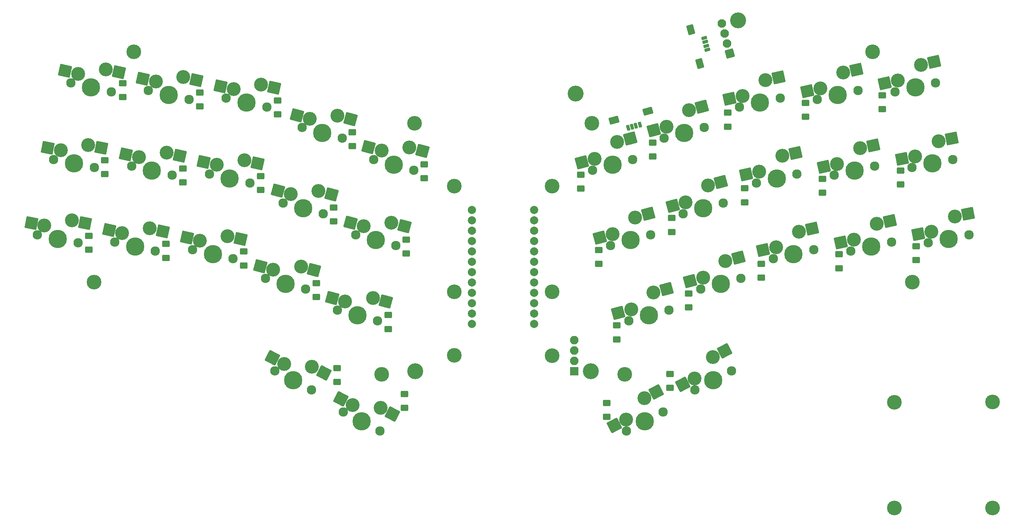
<source format=gbr>
G04 #@! TF.GenerationSoftware,KiCad,Pcbnew,8.0.3*
G04 #@! TF.CreationDate,2024-08-29T14:39:33+08:00*
G04 #@! TF.ProjectId,awkb_monosplit,61776b62-5f6d-46f6-9e6f-73706c69742e,rev?*
G04 #@! TF.SameCoordinates,Original*
G04 #@! TF.FileFunction,Soldermask,Bot*
G04 #@! TF.FilePolarity,Negative*
%FSLAX46Y46*%
G04 Gerber Fmt 4.6, Leading zero omitted, Abs format (unit mm)*
G04 Created by KiCad (PCBNEW 8.0.3) date 2024-08-29 14:39:33*
%MOMM*%
%LPD*%
G01*
G04 APERTURE LIST*
G04 Aperture macros list*
%AMRoundRect*
0 Rectangle with rounded corners*
0 $1 Rounding radius*
0 $2 $3 $4 $5 $6 $7 $8 $9 X,Y pos of 4 corners*
0 Add a 4 corners polygon primitive as box body*
4,1,4,$2,$3,$4,$5,$6,$7,$8,$9,$2,$3,0*
0 Add four circle primitives for the rounded corners*
1,1,$1+$1,$2,$3*
1,1,$1+$1,$4,$5*
1,1,$1+$1,$6,$7*
1,1,$1+$1,$8,$9*
0 Add four rect primitives between the rounded corners*
20,1,$1+$1,$2,$3,$4,$5,0*
20,1,$1+$1,$4,$5,$6,$7,0*
20,1,$1+$1,$6,$7,$8,$9,0*
20,1,$1+$1,$8,$9,$2,$3,0*%
%AMHorizOval*
0 Thick line with rounded ends*
0 $1 width*
0 $2 $3 position (X,Y) of the first rounded end (center of the circle)*
0 $4 $5 position (X,Y) of the second rounded end (center of the circle)*
0 Add line between two ends*
20,1,$1,$2,$3,$4,$5,0*
0 Add two circle primitives to create the rounded ends*
1,1,$1,$2,$3*
1,1,$1,$4,$5*%
G04 Aperture macros list end*
%ADD10C,2.300000*%
%ADD11C,3.400000*%
%ADD12C,4.500000*%
%ADD13RoundRect,0.200000X1.708125X0.520034X-0.553753X1.697493X-1.708125X-0.520034X0.553753X-1.697493X0*%
%ADD14C,3.900000*%
%ADD15RoundRect,0.200000X1.013063X1.470315X-1.490086X0.983753X-1.013063X-1.470315X1.490086X-0.983753X0*%
%ADD16RoundRect,0.200000X0.908032X1.537402X-1.555079X0.877413X-0.908032X-1.537402X1.555079X-0.877413X0*%
%ADD17RoundRect,0.200000X1.555079X0.877413X-0.908032X1.537402X-1.555079X-0.877413X0.908032X-1.537402X0*%
%ADD18RoundRect,0.200000X1.515327X0.944410X-0.974228X1.496331X-1.515327X-0.944410X0.974228X-1.496331X0*%
%ADD19C,3.600000*%
%ADD20RoundRect,0.200000X0.601041X1.041033X-1.041033X0.601041X-0.601041X-1.041033X1.041033X-0.601041X0*%
%ADD21HorizOval,2.100000X0.000000X0.000000X0.000000X0.000000X0*%
%ADD22RoundRect,0.200000X0.974228X1.496331X-1.515327X0.944410X-0.974228X-1.496331X1.515327X-0.944410X0*%
%ADD23RoundRect,0.200000X0.553753X1.697493X-1.708125X0.520034X-0.553753X-1.697493X1.708125X-0.520034X0*%
%ADD24RoundRect,0.200000X1.490086X0.983753X-1.013063X1.470315X-1.490086X-0.983753X1.013063X-1.470315X0*%
%ADD25RoundRect,0.200000X0.850000X0.850000X-0.850000X0.850000X-0.850000X-0.850000X0.850000X-0.850000X0*%
%ADD26O,2.100000X2.100000*%
%ADD27RoundRect,0.200000X-0.700000X0.600000X-0.700000X-0.600000X0.700000X-0.600000X0.700000X0.600000X0*%
%ADD28C,2.000000*%
%ADD29RoundRect,0.200000X-0.063776X-0.534727X0.322595X-0.431199X0.063776X0.534727X-0.322595X0.431199X0*%
%ADD30RoundRect,0.200000X-0.797693X-0.886671X1.134158X-0.369033X0.797693X0.886671X-1.134158X0.369033X0*%
%ADD31RoundRect,0.200000X0.534727X-0.063776X0.431199X0.322595X-0.534727X0.063776X-0.431199X-0.322595X0*%
%ADD32RoundRect,0.200000X0.886671X-0.797693X0.369033X1.134158X-0.886671X0.797693X-0.369033X-1.134158X0*%
%ADD33RoundRect,0.200000X0.700000X-0.600000X0.700000X0.600000X-0.700000X0.600000X-0.700000X-0.600000X0*%
G04 APERTURE END LIST*
D10*
X110840790Y-119575098D03*
D11*
X113140138Y-117908511D03*
D12*
X115346806Y-121920781D03*
D11*
X119945496Y-118587608D03*
D10*
X119852822Y-124266464D03*
D13*
X110235176Y-116396284D03*
X122874407Y-120112302D03*
D14*
X167770768Y-41507695D03*
D10*
X250105500Y-59652282D03*
D11*
X250867513Y-56916622D03*
D12*
X255092167Y-58682972D03*
D11*
X256616192Y-53211651D03*
D10*
X260078834Y-57713662D03*
D15*
X247652682Y-57541521D03*
X259857524Y-52581599D03*
D10*
X198386206Y-89487894D03*
D11*
X198955533Y-86705742D03*
D12*
X203293110Y-88173093D03*
D11*
X204431762Y-82608789D03*
D10*
X208200014Y-86858292D03*
D16*
X195792123Y-87553374D03*
X207621248Y-81754168D03*
D14*
X171426679Y-109617081D03*
D10*
X171852983Y-60301221D03*
D11*
X172422310Y-57519069D03*
D12*
X176759887Y-58986420D03*
D11*
X177898539Y-53422116D03*
D10*
X181666791Y-57671619D03*
D16*
X169258900Y-58366701D03*
X181088025Y-52567495D03*
D10*
X113921495Y-76141882D03*
D11*
X115805623Y-74017131D03*
D12*
X118828399Y-77456683D03*
D11*
X122596655Y-73207180D03*
D10*
X123735303Y-78771484D03*
D17*
X112642213Y-73169497D03*
X125786139Y-74061800D03*
D10*
X78065265Y-61226308D03*
D11*
X79854918Y-59021393D03*
D12*
X83024850Y-62325820D03*
D11*
X86604160Y-57915991D03*
D10*
X87984435Y-63425332D03*
D18*
X76657549Y-58312551D03*
X89827886Y-58630676D03*
D19*
X138000124Y-90162334D03*
X128250066Y-48815518D03*
D10*
X109419831Y-94597967D03*
D11*
X111303959Y-92473216D03*
D12*
X114326735Y-95912768D03*
D11*
X118094991Y-91663265D03*
D10*
X119233639Y-97227569D03*
D17*
X108140549Y-91625582D03*
X121284475Y-92517885D03*
D19*
X120249066Y-110410518D03*
D20*
X205519079Y-31703648D03*
D21*
X204861677Y-29250196D03*
X204204279Y-26796745D03*
X203546878Y-24343293D03*
D10*
X189428678Y-52485419D03*
D11*
X189998005Y-49703267D03*
D12*
X194335582Y-51170618D03*
D11*
X195474234Y-45606314D03*
D10*
X199242486Y-49855817D03*
D16*
X186834595Y-50550899D03*
X198663720Y-44751693D03*
D10*
X91799986Y-86858292D03*
D11*
X93684114Y-84733541D03*
D12*
X96706890Y-88173093D03*
D11*
X100475146Y-83923590D03*
D10*
X101613794Y-89487894D03*
D17*
X90520704Y-83885907D03*
X103664630Y-84778210D03*
D10*
X226950235Y-43009748D03*
D11*
X227640375Y-40255079D03*
D12*
X231909820Y-41910236D03*
D11*
X233290102Y-36400892D03*
D10*
X236869405Y-40810724D03*
D22*
X224443005Y-40963917D03*
X236513829Y-35686211D03*
D10*
X180147178Y-124266464D03*
D11*
X180100842Y-121427035D03*
D12*
X184653194Y-121920781D03*
D11*
X184560519Y-116241925D03*
D10*
X189159210Y-119575098D03*
D23*
X177195880Y-122939262D03*
X187489429Y-114717230D03*
D19*
X245832142Y-143166303D03*
D10*
X212015565Y-63425332D03*
D11*
X212705705Y-60670663D03*
D12*
X216975150Y-62325820D03*
D11*
X218355432Y-56816476D03*
D10*
X221934735Y-61226308D03*
D22*
X209508335Y-61379501D03*
X221579159Y-56101795D03*
D10*
X180766361Y-97227569D03*
D11*
X181335688Y-94445417D03*
D12*
X185673265Y-95912768D03*
D11*
X186811917Y-90348464D03*
D10*
X190580169Y-94597967D03*
D16*
X178172278Y-95293049D03*
X190001403Y-89493843D03*
D10*
X82177609Y-42676724D03*
D11*
X83967262Y-40471809D03*
D12*
X87137194Y-43776236D03*
D11*
X90716504Y-39366407D03*
D10*
X92096779Y-44875748D03*
D18*
X80769893Y-39762967D03*
X93940230Y-40081092D03*
D19*
X161999961Y-90135622D03*
D10*
X235174767Y-80108215D03*
D11*
X235864907Y-77353546D03*
D12*
X240134352Y-79008703D03*
D11*
X241514634Y-73499359D03*
D10*
X245093937Y-77909191D03*
D22*
X232667537Y-78062384D03*
X244738361Y-72784678D03*
D19*
X179750934Y-110410518D03*
D10*
X39921166Y-57713662D03*
D11*
X41652488Y-55462658D03*
D12*
X44907833Y-58682972D03*
D11*
X48370477Y-54180961D03*
D10*
X49894500Y-59652282D03*
D24*
X38437658Y-54837757D03*
X51611810Y-54811012D03*
D10*
X245976671Y-41083030D03*
D11*
X246666812Y-38328362D03*
D12*
X250936256Y-39983518D03*
D11*
X252316537Y-34474177D03*
D10*
X255895841Y-38884006D03*
D22*
X243469440Y-39037201D03*
X255540264Y-33759493D03*
D19*
X49838167Y-87750857D03*
D10*
X118333209Y-57671619D03*
D11*
X120217337Y-55546868D03*
D12*
X123240113Y-58986420D03*
D11*
X127008369Y-54736917D03*
D10*
X128147017Y-60301221D03*
D17*
X117053927Y-54699234D03*
X130197853Y-55591537D03*
D19*
X245831979Y-117193026D03*
D10*
X35914606Y-76172924D03*
D11*
X37645928Y-73921920D03*
D12*
X40901273Y-77142234D03*
D11*
X44363917Y-72640223D03*
D10*
X45887940Y-78111544D03*
D24*
X34431098Y-73297019D03*
X47605250Y-73270274D03*
D10*
X216127961Y-81975152D03*
D11*
X216818101Y-79220483D03*
D12*
X221087546Y-80875640D03*
D11*
X222467828Y-75366296D03*
D10*
X226047131Y-79776128D03*
D22*
X213620731Y-79929321D03*
X225691555Y-74651615D03*
D19*
X269831979Y-143139591D03*
X171749934Y-48815518D03*
D10*
X100757514Y-49855817D03*
D11*
X102641642Y-47731066D03*
D12*
X105664418Y-51170618D03*
D11*
X109432674Y-46921115D03*
D10*
X110571322Y-52485419D03*
D17*
X99478232Y-46883432D03*
X112622158Y-47775735D03*
D19*
X162000000Y-105784610D03*
D10*
X207903221Y-44875748D03*
D11*
X208593361Y-42121079D03*
D12*
X212862806Y-43776236D03*
D11*
X214243088Y-38266892D03*
D10*
X217822391Y-42676724D03*
D22*
X205395991Y-42829917D03*
X217466815Y-37552211D03*
D14*
X207493844Y-23616996D03*
D25*
X167426223Y-109617081D03*
D26*
X167426222Y-107077080D03*
X167426224Y-104537081D03*
X167426223Y-101997081D03*
D10*
X231062500Y-61558983D03*
D11*
X231752640Y-58804314D03*
D12*
X236022085Y-60459471D03*
D11*
X237402367Y-54950127D03*
D10*
X240981670Y-59359959D03*
D22*
X228555270Y-59513152D03*
X240626094Y-54235446D03*
D10*
X196924132Y-114193677D03*
D11*
X196877795Y-111354248D03*
D12*
X201430147Y-111847994D03*
D11*
X201337472Y-106169138D03*
D10*
X205936162Y-109502311D03*
D23*
X193972834Y-112866474D03*
X204266381Y-104644444D03*
D10*
X194084176Y-70966480D03*
D11*
X194653503Y-68184328D03*
D12*
X198991080Y-69651679D03*
D11*
X200129732Y-64087375D03*
D10*
X203897984Y-68336878D03*
D16*
X191490093Y-69031960D03*
X203319218Y-63232754D03*
D19*
X250161833Y-87750857D03*
X162000000Y-64215390D03*
X269831816Y-117166314D03*
D10*
X63130595Y-40810724D03*
D11*
X64920248Y-38605809D03*
D12*
X68090180Y-41910236D03*
D11*
X71669490Y-37500407D03*
D10*
X73049765Y-43009748D03*
D18*
X61722879Y-37896967D03*
X74893216Y-38215092D03*
D10*
X54906063Y-77909191D03*
D11*
X56695716Y-75704276D03*
D12*
X59865648Y-79008703D03*
D11*
X63444958Y-74598874D03*
D10*
X64825233Y-80108215D03*
D18*
X53498347Y-74995434D03*
X66668684Y-75313559D03*
D10*
X44104160Y-38884003D03*
D11*
X45893813Y-36679092D03*
D12*
X49063744Y-39983518D03*
D11*
X52643052Y-35573691D03*
D10*
X54023328Y-41083033D03*
D18*
X42696441Y-35970251D03*
X55866779Y-36288374D03*
D10*
X73952869Y-79776128D03*
D11*
X75742522Y-77571213D03*
D12*
X78912454Y-80875640D03*
D11*
X82491764Y-76465811D03*
D10*
X83872039Y-81975152D03*
D18*
X72545153Y-76862371D03*
X85715490Y-77180496D03*
D19*
X59525928Y-31292947D03*
D10*
X96102016Y-68336878D03*
D11*
X97986144Y-66212127D03*
D12*
X101008920Y-69651679D03*
D11*
X104777176Y-65402176D03*
D10*
X105915824Y-70966480D03*
D17*
X94822734Y-65364493D03*
X107966660Y-66256796D03*
D14*
X128426680Y-109617081D03*
D19*
X138000000Y-105758370D03*
D10*
X94063838Y-109502311D03*
D11*
X96363185Y-107835724D03*
D12*
X98569853Y-111847994D03*
D11*
X103168543Y-108514821D03*
D10*
X103075868Y-114193677D03*
D13*
X93458224Y-106323497D03*
X106097453Y-110039514D03*
D10*
X254112060Y-78111544D03*
D11*
X254874073Y-75375884D03*
D12*
X259098727Y-77142234D03*
D11*
X260622752Y-71670913D03*
D10*
X264085394Y-76172924D03*
D15*
X251659242Y-76000783D03*
X263864084Y-71040861D03*
D10*
X176264697Y-78771484D03*
D11*
X176834024Y-75989332D03*
D12*
X181171601Y-77456683D03*
D11*
X182310253Y-71892379D03*
D10*
X186078505Y-76141882D03*
D16*
X173670614Y-76836964D03*
X185499739Y-71037758D03*
D19*
X138000000Y-64189150D03*
X240474072Y-31292947D03*
D10*
X59018330Y-59359959D03*
D11*
X60807983Y-57155044D03*
D12*
X63977915Y-60459471D03*
D11*
X67557225Y-56049642D03*
D10*
X68937500Y-61558983D03*
D18*
X57610614Y-56446202D03*
X70780951Y-56764327D03*
D27*
X108430433Y-69505772D03*
X108430433Y-72905772D03*
X75667270Y-41308792D03*
X75667270Y-44708792D03*
D28*
X157610004Y-70081753D03*
X157610004Y-72621753D03*
X157610004Y-75161753D03*
X157610004Y-77701753D03*
X157610004Y-80241753D03*
X157610004Y-82781753D03*
X157610003Y-85321753D03*
X157610004Y-87861753D03*
X157610004Y-90401753D03*
X157610004Y-92941753D03*
X157610004Y-95481753D03*
X157610004Y-98021753D03*
X142370004Y-98021753D03*
X142370004Y-95481753D03*
X142370004Y-92941753D03*
X142370004Y-90401753D03*
X142370004Y-87861753D03*
X142370004Y-85321753D03*
X142370004Y-82781753D03*
X142370004Y-80241753D03*
X142370004Y-77701753D03*
X142370004Y-75161753D03*
X142370004Y-72621753D03*
X142370004Y-70081753D03*
D29*
X180569571Y-49955739D03*
X181535497Y-49696920D03*
X182501422Y-49438101D03*
X183467348Y-49179282D03*
D30*
X177166167Y-48072433D03*
X185473129Y-45846589D03*
D31*
X200030781Y-30793097D03*
X199771962Y-29827172D03*
X199513143Y-28861247D03*
X199254324Y-27895320D03*
D32*
X198147475Y-34196501D03*
X195921631Y-25889539D03*
D27*
X113081732Y-51028840D03*
X113081732Y-54428840D03*
D33*
X186627819Y-56972310D03*
X186627819Y-53572310D03*
D27*
X71560808Y-59870744D03*
X71560808Y-63270744D03*
X242797151Y-41986670D03*
X242797151Y-45386670D03*
D33*
X130661022Y-62254690D03*
X130661022Y-58854690D03*
D27*
X209100979Y-64768800D03*
X209100979Y-68168800D03*
X173446069Y-79864013D03*
X173446069Y-83264013D03*
D33*
X126263482Y-80720543D03*
X126263482Y-77320543D03*
X56861600Y-42365600D03*
X56861600Y-38965600D03*
X121860257Y-99243639D03*
X121860257Y-95843639D03*
D27*
X177849294Y-98387109D03*
X177849294Y-101787109D03*
X169048529Y-61398160D03*
X169048529Y-64798160D03*
D33*
X90608572Y-65133101D03*
X90608572Y-61733101D03*
D27*
X104255999Y-88028229D03*
X104255999Y-91428229D03*
X247305698Y-60385509D03*
X247305698Y-63785509D03*
X204969079Y-46232126D03*
X204969079Y-49632126D03*
D33*
X125797201Y-118610000D03*
X125797199Y-115210000D03*
X232271726Y-84350499D03*
X232271726Y-80950499D03*
D27*
X251146986Y-78927509D03*
X251146986Y-82327509D03*
D33*
X190819670Y-113674309D03*
X190819668Y-110274309D03*
X48562565Y-79784039D03*
X48562565Y-76384039D03*
X191279118Y-75449242D03*
X191279118Y-72049242D03*
X94740472Y-46596427D03*
X94740472Y-43196427D03*
X228148743Y-65814214D03*
X228148743Y-62414214D03*
D27*
X213223920Y-83306048D03*
X213223920Y-86706048D03*
D33*
X52403853Y-61242039D03*
X52403853Y-57842039D03*
X195453552Y-93971699D03*
X195453552Y-90571699D03*
D27*
X175325668Y-117386309D03*
X175325670Y-120786309D03*
X109287199Y-108812400D03*
X109287201Y-112212400D03*
X67437825Y-78407029D03*
X67437825Y-81807029D03*
D33*
X86485631Y-83670349D03*
X86485631Y-80270349D03*
X224042281Y-47252262D03*
X224042281Y-43852262D03*
M02*

</source>
